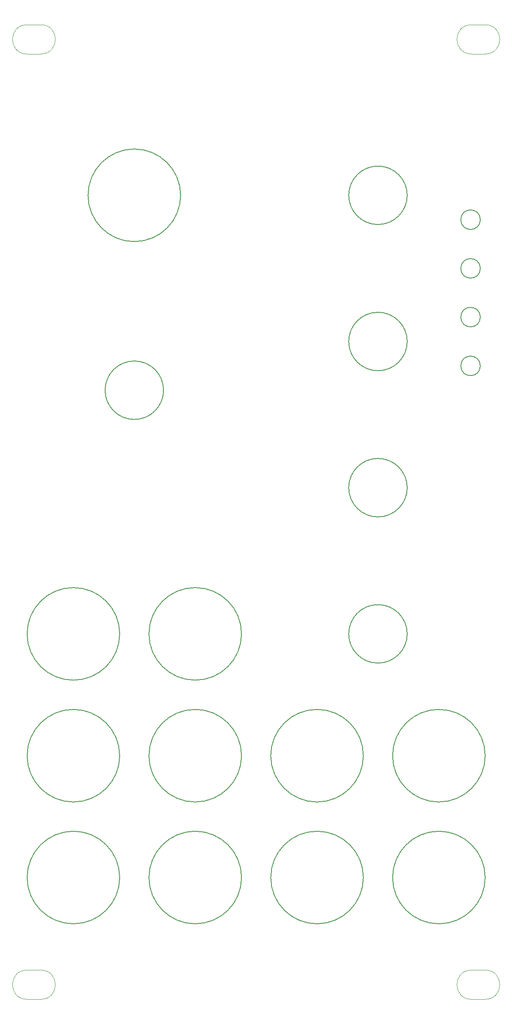
<source format=gbr>
G04 #@! TF.GenerationSoftware,KiCad,Pcbnew,6.0.1-79c1e3a40b~116~ubuntu20.04.1*
G04 #@! TF.CreationDate,2022-01-29T15:48:48-05:00*
G04 #@! TF.ProjectId,herovco_panel,6865726f-7663-46f5-9f70-616e656c2e6b,rev?*
G04 #@! TF.SameCoordinates,Original*
G04 #@! TF.FileFunction,Other,Comment*
%FSLAX46Y46*%
G04 Gerber Fmt 4.6, Leading zero omitted, Abs format (unit mm)*
G04 Created by KiCad (PCBNEW 6.0.1-79c1e3a40b~116~ubuntu20.04.1) date 2022-01-29 15:48:48*
%MOMM*%
%LPD*%
G01*
G04 APERTURE LIST*
%ADD10C,0.120000*%
%ADD11C,0.150000*%
G04 APERTURE END LIST*
D10*
G04 #@! TO.C,H23*
X113100000Y-13600000D02*
X110300000Y-13600000D01*
X113100000Y-7600000D02*
X110300000Y-7600000D01*
X113100000Y-201600000D02*
X110300000Y-201600000D01*
X113100000Y-207600000D02*
X110300000Y-207600000D01*
X113100000Y-207600000D02*
G75*
G03*
X113100000Y-201600000I0J3000000D01*
G01*
X110300000Y-201600000D02*
G75*
G03*
X110300000Y-207600000I0J-3000000D01*
G01*
X113100000Y-13600000D02*
G75*
G03*
X113100000Y-7600000I0J3000000D01*
G01*
X110300000Y-7600000D02*
G75*
G03*
X110300000Y-13600000I0J-3000000D01*
G01*
D11*
G04 #@! TO.C,H3*
X97100000Y-42600000D02*
G75*
G03*
X97100000Y-42600000I-6000000J0D01*
G01*
G04 #@! TO.C,H1*
X38100000Y-157600000D02*
G75*
G03*
X38100000Y-157600000I-9500000J0D01*
G01*
D10*
G04 #@! TO.C,H22*
X19100000Y-201600000D02*
X21900000Y-201600000D01*
X19100000Y-207600000D02*
X21900000Y-207600000D01*
X19100000Y-7600000D02*
X21900000Y-7600000D01*
X19100000Y-13600000D02*
X21900000Y-13600000D01*
X19100000Y-201600000D02*
G75*
G03*
X19100000Y-207600000I0J-3000000D01*
G01*
X19100000Y-7600000D02*
G75*
G03*
X19100000Y-13600000I0J-3000000D01*
G01*
X21900000Y-13600000D02*
G75*
G03*
X21900000Y-7600000I0J3000000D01*
G01*
X21900000Y-207600000D02*
G75*
G03*
X21900000Y-201600000I0J3000000D01*
G01*
D11*
G04 #@! TO.C,H2*
X38100000Y-182600000D02*
G75*
G03*
X38100000Y-182600000I-9500000J0D01*
G01*
G04 #@! TO.C,H8*
X63100000Y-157600000D02*
G75*
G03*
X63100000Y-157600000I-9500000J0D01*
G01*
G04 #@! TO.C,H9*
X63100000Y-182600000D02*
G75*
G03*
X63100000Y-182600000I-9500000J0D01*
G01*
G04 #@! TO.C,H14*
X88100000Y-157600000D02*
G75*
G03*
X88100000Y-157600000I-9500000J0D01*
G01*
G04 #@! TO.C,H15*
X88100000Y-182600000D02*
G75*
G03*
X88100000Y-182600000I-9500000J0D01*
G01*
G04 #@! TO.C,H17*
X113100000Y-157600000D02*
G75*
G03*
X113100000Y-157600000I-9500000J0D01*
G01*
G04 #@! TO.C,H18*
X113100000Y-182600000D02*
G75*
G03*
X113100000Y-182600000I-9500000J0D01*
G01*
G04 #@! TO.C,H5*
X112100000Y-47600000D02*
G75*
G03*
X112100000Y-47600000I-2000000J0D01*
G01*
G04 #@! TO.C,H6*
X112100000Y-57600000D02*
G75*
G03*
X112100000Y-57600000I-2000000J0D01*
G01*
G04 #@! TO.C,H7*
X97100000Y-72600000D02*
G75*
G03*
X97100000Y-72600000I-6000000J0D01*
G01*
G04 #@! TO.C,H10*
X50600000Y-42600000D02*
G75*
G03*
X50600000Y-42600000I-9500000J0D01*
G01*
G04 #@! TO.C,H11*
X112100000Y-67600000D02*
G75*
G03*
X112100000Y-67600000I-2000000J0D01*
G01*
G04 #@! TO.C,H12*
X112100000Y-77600000D02*
G75*
G03*
X112100000Y-77600000I-2000000J0D01*
G01*
G04 #@! TO.C,H13*
X97100000Y-132600000D02*
G75*
G03*
X97100000Y-132600000I-6000000J0D01*
G01*
G04 #@! TO.C,H16*
X97100000Y-102600000D02*
G75*
G03*
X97100000Y-102600000I-6000000J0D01*
G01*
G04 #@! TO.C,H19*
X47100000Y-82600000D02*
G75*
G03*
X47100000Y-82600000I-6000000J0D01*
G01*
G04 #@! TO.C,H20*
X63100000Y-132600000D02*
G75*
G03*
X63100000Y-132600000I-9500000J0D01*
G01*
G04 #@! TO.C,H21*
X38100000Y-132600000D02*
G75*
G03*
X38100000Y-132600000I-9500000J0D01*
G01*
G04 #@! TD*
M02*

</source>
